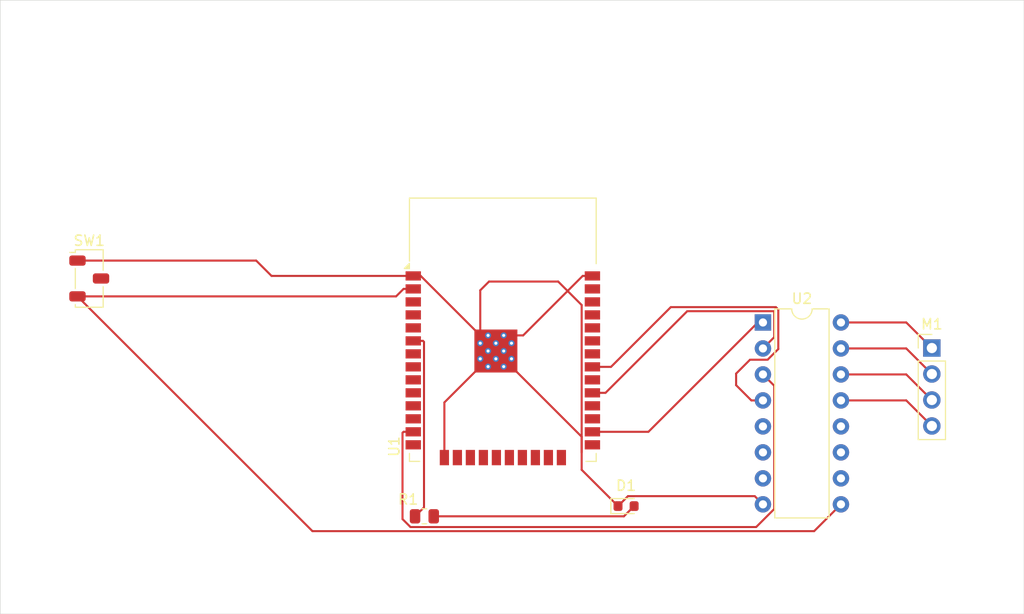
<source format=kicad_pcb>
(kicad_pcb (version 20240108) (generator "pcbnew") (generator_version "8.0")
  (title_block (title "Smart_Litter_Box_Display_PCB") (date "2025-02-05") (company "UW_MSTI") (comment 1 "Auria Zhang") (comment 2 "TECHIN 514 Final Project"))
  (layers (0 "F.Cu" signal) (31 "B.Cu" signal) (34 "B.Paste" user) (35 "F.Paste" user) (36 "B.SilkS" user "B.Silkscreen") (37 "F.SilkS" user "F.Silkscreen") (38 "B.Mask" user) (39 "F.Mask" user) (44 "Edge.Cuts" user))
  (net 0 "")
  (net 1 "Net-(U1-IO34)")
  (net 2 "Net-(D1-A)")
  (net 5 "Net-(D1-K)")
  (net 14 "Net-(SW1-A)")
  (net 33 "Net-(U1-IO5)")
  (net 34 "+5V")
  (net 36 "Net-(U1-IO19)")
  (net 37 "Net-(U1-IO14)")
  (net 38 "Net-(U1-IO4)")
  (net 39 "Net-(U2-O4)")
  (net 40 "Net-(U2-O1)")
  (net 41 "Net-(M1--)")
  (net 42 "Net-(U2-O3)")
  (footprint "Button_Switch_SMD:Nidec_Copal_CAS-120A" (layer "F.Cu") (at 85.78 119.2)
    (property "Reference" "SW1" (at 0 -3.7 0) (layer "F.SilkS"))
    (property "Value" "Power Switch" (hide yes))
    (fp_line (start -1.36 -2.81) (end 1.36 -2.81) (stroke (width 0.12)) (layer "F.SilkS"))
    (fp_line (start -1.36 -2.55) (end -1.9 -2.55) (stroke (width 0.12)) (layer "F.SilkS"))
    (fp_line (start -1.36 -2.55) (end -1.36 -2.8) (stroke (width 0.12)) (layer "F.SilkS"))
    (fp_line (start -1.36 -0.98) (end -1.36 0.98) (stroke (width 0.12)) (layer "F.SilkS"))
    (fp_line (start -1.36 2.81) (end -1.36 2.55) (stroke (width 0.12)) (layer "F.SilkS"))
    (fp_line (start 1.35 2.81) (end -1.35 2.81) (stroke (width 0.12)) (layer "F.SilkS"))
    (fp_line (start 1.36 -2.81) (end 1.36 -0.8) (stroke (width 0.12)) (layer "F.SilkS"))
    (fp_line (start 1.36 0.8) (end 1.36 2.81) (stroke (width 0.12)) (layer "F.SilkS"))
    (pad "1" smd roundrect (at -1.15 -1.75 270) (size 1 1.6) (layers "F.Cu" "F.Paste" "F.Mask") (net 5 "Net-(D1-K)"))
    (pad "2" smd roundrect (at 1.15 0 270) (size 1 1.6) (layers "F.Cu" "F.Paste" "F.Mask") (net 34 "+5V"))
    (pad "3" smd roundrect (at -1.15 1.75 270) (size 1 1.6) (layers "F.Cu" "F.Paste" "F.Mask") (net 14 "Net-(SW1-A)"))
  )
  (footprint "Connector_PinHeader_2.54mm:PinHeader_1x04_P2.54mm_Vertical" (layer "F.Cu") (at 168.0875 126)
    (property "Reference" "M1" (at 0 -2.33 0) (layer "F.SilkS"))
    (property "Value" "Stepper_Motor_bipolar")
    (fp_line (start -1.33 -1.33) (end 0 -1.33) (stroke (width 0.12)) (layer "F.SilkS"))
    (fp_line (start -1.33 0) (end -1.33 -1.33) (stroke (width 0.12)) (layer "F.SilkS"))
    (fp_line (start -1.33 1.27) (end -1.33 8.95) (stroke (width 0.12)) (layer "F.SilkS"))
    (fp_line (start -1.33 1.27) (end 1.33 1.27) (stroke (width 0.12)) (layer "F.SilkS"))
    (fp_line (start -1.33 8.95) (end 1.33 8.95) (stroke (width 0.12)) (layer "F.SilkS"))
    (fp_line (start 1.33 1.27) (end 1.33 8.95) (stroke (width 0.12)) (layer "F.SilkS"))
    (pad "1" thru_hole rect (at 0 0) (size 1.7 1.7) (drill 1) (layers "*.Cu" "*.Mask") (net 40 "Net-(U2-O1)"))
    (pad "2" thru_hole oval (at 0 2.54) (size 1.7 1.7) (drill 1) (layers "*.Cu" "*.Mask") (net 41 "Net-(M1--)"))
    (pad "3" thru_hole oval (at 0 5.08) (size 1.7 1.7) (drill 1) (layers "*.Cu" "*.Mask") (net 42 "Net-(U2-O3)"))
    (pad "4" thru_hole oval (at 0 7.62) (size 1.7 1.7) (drill 1) (layers "*.Cu" "*.Mask") (net 39 "Net-(U2-O4)"))
  )
  (footprint "Resistor_SMD:R_0805_2012Metric" (layer "F.Cu") (at 118.5175 142.45)
    (property "Reference" "R1" (at -1.5875 -1.65 0) (layer "F.SilkS"))
    (property "Value" "R-330Ohm")
    (fp_line (start -0.227064 -0.735) (end 0.227064 -0.735) (stroke (width 0.12)) (layer "F.SilkS"))
    (fp_line (start -0.227064 0.735) (end 0.227064 0.735) (stroke (width 0.12)) (layer "F.SilkS"))
    (pad "1" smd roundrect (at -0.9125 0) (size 1.025 1.4) (layers "F.Cu" "F.Paste" "F.Mask") (roundrect_rratio 0.243902) (net 1 "Net-(U1-IO34)"))
    (pad "2" smd roundrect (at 0.9125 0) (size 1.025 1.4) (layers "F.Cu" "F.Paste" "F.Mask") (roundrect_rratio 0.243902) (net 2 "Net-(D1-A)"))
  )
  (footprint "LED_SMD:LED_0603_1608Metric" (layer "F.Cu") (at 138.2175 141.45)
    (property "Reference" "D1" (at 0 -2 0) (layer "F.SilkS"))
    (property "Value" "LED")
    (fp_line (start -1.485 -0.735) (end -1.485 0.735) (stroke (width 0.12)) (layer "F.SilkS"))
    (fp_line (start -1.485 0.735) (end 0.8 0.735) (stroke (width 0.12)) (layer "F.SilkS"))
    (fp_line (start 0.8 -0.735) (end -1.485 -0.735) (stroke (width 0.12)) (layer "F.SilkS"))
    (pad "1" smd roundrect (at -0.7875 0) (size 0.875 0.95) (layers "F.Cu" "F.Paste" "F.Mask") (net 5 "Net-(D1-K)"))
    (pad "2" smd roundrect (at 0.7875 0) (size 0.875 0.95) (layers "F.Cu" "F.Paste" "F.Mask") (net 2 "Net-(D1-A)"))
  )
  (footprint "RF_Module:ESP32-WROOM-32" (layer "F.Cu") (at 126.18 127.2)
    (property "Reference" "U1" (at -10.61 8.43 90) (layer "F.SilkS"))
    (property "Value" "ESP32-WROOM-32")
    (fp_line (start -9.12 -15.86) (end -9.12 -9.7) (stroke (width 0.12)) (layer "F.SilkS"))
    (fp_line (start -9.12 -15.86) (end 9.12 -15.86) (stroke (width 0.12)) (layer "F.SilkS"))
    (fp_line (start -9.12 9.1) (end -9.12 9.88) (stroke (width 0.12)) (layer "F.SilkS"))
    (fp_line (start -9.12 9.88) (end -8.12 9.88) (stroke (width 0.12)) (layer "F.SilkS"))
    (fp_line (start 9.12 -15.86) (end 9.12 -9.445) (stroke (width 0.12)) (layer "F.SilkS"))
    (fp_line (start 9.12 9.1) (end 9.12 9.88) (stroke (width 0.12)) (layer "F.SilkS"))
    (fp_line (start 9.12 9.88) (end 8.12 9.88) (stroke (width 0.12)) (layer "F.SilkS"))
    (fp_poly (pts (xy -9.125 -8.975) (xy -9.625 -8.975) (xy -9.125 -9.475) (xy -9.125 -8.975)) (stroke (width 0.12)) (fill solid) (layer "F.SilkS"))
    (pad "1" smd rect (at -8.75 -8.25) (size 1.5 0.9) (layers "F.Cu" "F.Paste" "F.Mask") (net 5 "Net-(D1-K)"))
    (pad "2" smd rect (at -8.75 -6.98) (size 1.5 0.9) (layers "F.Cu" "F.Paste" "F.Mask") (net 14 "Net-(SW1-A)"))
    (pad "3" smd rect (at -8.75 -5.71) (size 1.5 0.9) (layers "F.Cu" "F.Paste" "F.Mask"))
    (pad "4" smd rect (at -8.75 -4.44) (size 1.5 0.9) (layers "F.Cu" "F.Paste" "F.Mask"))
    (pad "5" smd rect (at -8.75 -3.17) (size 1.5 0.9) (layers "F.Cu" "F.Paste" "F.Mask"))
    (pad "6" smd rect (at -8.75 -1.9) (size 1.5 0.9) (layers "F.Cu" "F.Paste" "F.Mask") (net 1 "Net-(U1-IO34)"))
    (pad "7" smd rect (at -8.75 -0.63) (size 1.5 0.9) (layers "F.Cu" "F.Paste" "F.Mask"))
    (pad "8" smd rect (at -8.75 0.64) (size 1.5 0.9) (layers "F.Cu" "F.Paste" "F.Mask"))
    (pad "9" smd rect (at -8.75 1.91) (size 1.5 0.9) (layers "F.Cu" "F.Paste" "F.Mask"))
    (pad "10" smd rect (at -8.75 3.18) (size 1.5 0.9) (layers "F.Cu" "F.Paste" "F.Mask"))
    (pad "11" smd rect (at -8.75 4.45) (size 1.5 0.9) (layers "F.Cu" "F.Paste" "F.Mask"))
    (pad "12" smd rect (at -8.75 5.72) (size 1.5 0.9) (layers "F.Cu" "F.Paste" "F.Mask"))
    (pad "13" smd rect (at -8.75 6.99) (size 1.5 0.9) (layers "F.Cu" "F.Paste" "F.Mask") (net 37 "Net-(U1-IO14)"))
    (pad "14" smd rect (at -8.75 8.26) (size 1.5 0.9) (layers "F.Cu" "F.Paste" "F.Mask"))
    (pad "15" smd rect (at -5.71 9.51 90) (size 1.5 0.9) (layers "F.Cu" "F.Paste" "F.Mask") (net 5 "Net-(D1-K)"))
    (pad "16" smd rect (at -4.44 9.51 90) (size 1.5 0.9) (layers "F.Cu" "F.Paste" "F.Mask"))
    (pad "17" smd rect (at -3.17 9.51 90) (size 1.5 0.9) (layers "F.Cu" "F.Paste" "F.Mask"))
    (pad "18" smd rect (at -1.9 9.51 90) (size 1.5 0.9) (layers "F.Cu" "F.Paste" "F.Mask"))
    (pad "19" smd rect (at -0.63 9.51 90) (size 1.5 0.9) (layers "F.Cu" "F.Paste" "F.Mask"))
    (pad "20" smd rect (at 0.64 9.51 90) (size 1.5 0.9) (layers "F.Cu" "F.Paste" "F.Mask"))
    (pad "21" smd rect (at 1.91 9.51 90) (size 1.5 0.9) (layers "F.Cu" "F.Paste" "F.Mask"))
    (pad "22" smd rect (at 3.18 9.51 90) (size 1.5 0.9) (layers "F.Cu" "F.Paste" "F.Mask"))
    (pad "23" smd rect (at 4.45 9.51 90) (size 1.5 0.9) (layers "F.Cu" "F.Paste" "F.Mask"))
    (pad "24" smd rect (at 5.72 9.51 90) (size 1.5 0.9) (layers "F.Cu" "F.Paste" "F.Mask"))
    (pad "25" smd rect (at 8.75 8.26) (size 1.5 0.9) (layers "F.Cu" "F.Paste" "F.Mask"))
    (pad "26" smd rect (at 8.75 6.99) (size 1.5 0.9) (layers "F.Cu" "F.Paste" "F.Mask") (net 38 "Net-(U1-IO4)"))
    (pad "27" smd rect (at 8.75 5.72) (size 1.5 0.9) (layers "F.Cu" "F.Paste" "F.Mask"))
    (pad "28" smd rect (at 8.75 4.45) (size 1.5 0.9) (layers "F.Cu" "F.Paste" "F.Mask"))
    (pad "29" smd rect (at 8.75 3.18) (size 1.5 0.9) (layers "F.Cu" "F.Paste" "F.Mask") (net 33 "Net-(U1-IO5)"))
    (pad "30" smd rect (at 8.75 1.91) (size 1.5 0.9) (layers "F.Cu" "F.Paste" "F.Mask"))
    (pad "31" smd rect (at 8.75 0.64) (size 1.5 0.9) (layers "F.Cu" "F.Paste" "F.Mask") (net 36 "Net-(U1-IO19)"))
    (pad "32" smd rect (at 8.75 -0.63) (size 1.5 0.9) (layers "F.Cu" "F.Paste" "F.Mask"))
    (pad "33" smd rect (at 8.75 -1.9) (size 1.5 0.9) (layers "F.Cu" "F.Paste" "F.Mask"))
    (pad "34" smd rect (at 8.75 -3.17) (size 1.5 0.9) (layers "F.Cu" "F.Paste" "F.Mask"))
    (pad "35" smd rect (at 8.75 -4.44) (size 1.5 0.9) (layers "F.Cu" "F.Paste" "F.Mask"))
    (pad "36" smd rect (at 8.75 -5.71) (size 1.5 0.9) (layers "F.Cu" "F.Paste" "F.Mask"))
    (pad "37" smd rect (at 8.75 -6.98) (size 1.5 0.9) (layers "F.Cu" "F.Paste" "F.Mask"))
    (pad "38" smd rect (at 8.75 -8.25) (size 1.5 0.9) (layers "F.Cu" "F.Paste" "F.Mask") (net 5 "Net-(D1-K)"))
    (pad "39" smd rect (at -2.205 -2.435) (size 1.05 1.05) (layers "F.Cu" "F.Paste") (net 5 "Net-(D1-K)"))
    (pad "39" thru_hole circle (at -2.205 -1.6725) (size 0.6 0.6) (drill 0.3) (property pad_prop_heatsink) (layers "*.Cu" "F.Mask") (net 5 "Net-(D1-K)"))
    (pad "39" smd rect (at -2.205 -0.91) (size 1.05 1.05) (layers "F.Cu" "F.Paste") (net 5 "Net-(D1-K)"))
    (pad "39" thru_hole circle (at -2.205 -0.1475) (size 0.6 0.6) (drill 0.3) (property pad_prop_heatsink) (layers "*.Cu" "F.Mask") (net 5 "Net-(D1-K)"))
    (pad "39" smd rect (at -2.205 0.615) (size 1.05 1.05) (layers "F.Cu" "F.Paste") (net 5 "Net-(D1-K)"))
    (pad "39" thru_hole circle (at -1.4425 -2.435) (size 0.6 0.6) (drill 0.3) (property pad_prop_heatsink) (layers "*.Cu" "F.Mask") (net 5 "Net-(D1-K)"))
    (pad "39" thru_hole circle (at -1.4425 -0.91) (size 0.6 0.6) (drill 0.3) (property pad_prop_heatsink) (layers "*.Cu" "F.Mask") (net 5 "Net-(D1-K)"))
    (pad "39" thru_hole circle (at -1.4425 0.615) (size 0.6 0.6) (drill 0.3) (property pad_prop_heatsink) (layers "*.Cu" "F.Mask") (net 5 "Net-(D1-K)"))
    (pad "39" smd rect (at -0.68 -2.435) (size 1.05 1.05) (layers "F.Cu" "F.Paste") (net 5 "Net-(D1-K)"))
    (pad "39" thru_hole circle (at -0.68 -1.6725) (size 0.6 0.6) (drill 0.3) (property pad_prop_heatsink) (layers "*.Cu" "F.Mask") (net 5 "Net-(D1-K)"))
    (pad "39" smd rect (at -0.68 -0.91) (size 1.05 1.05) (layers "F.Cu" "F.Paste") (net 5 "Net-(D1-K)"))
    (pad "39" smd rect (at -0.68 -0.91) (size 4.2 4.2) (property pad_prop_heatsink) (layers "F.Cu" "F.Mask") (net 5 "Net-(D1-K)"))
    (pad "39" thru_hole circle (at -0.68 -0.1475) (size 0.6 0.6) (drill 0.3) (property pad_prop_heatsink) (layers "*.Cu" "F.Mask") (net 5 "Net-(D1-K)"))
    (pad "39" smd rect (at -0.68 0.615) (size 1.05 1.05) (layers "F.Cu" "F.Paste") (net 5 "Net-(D1-K)"))
    (pad "39" thru_hole circle (at 0.0825 -2.435) (size 0.6 0.6) (drill 0.3) (property pad_prop_heatsink) (layers "*.Cu" "F.Mask") (net 5 "Net-(D1-K)"))
    (pad "39" thru_hole circle (at 0.0825 -0.91) (size 0.6 0.6) (drill 0.3) (property pad_prop_heatsink) (layers "*.Cu" "F.Mask") (net 5 "Net-(D1-K)"))
    (pad "39" thru_hole circle (at 0.0825 0.615) (size 0.6 0.6) (drill 0.3) (property pad_prop_heatsink) (layers "*.Cu" "F.Mask") (net 5 "Net-(D1-K)"))
    (pad "39" smd rect (at 0.845 -2.435) (size 1.05 1.05) (layers "F.Cu" "F.Paste") (net 5 "Net-(D1-K)"))
    (pad "39" thru_hole circle (at 0.845 -1.6725) (size 0.6 0.6) (drill 0.3) (property pad_prop_heatsink) (layers "*.Cu" "F.Mask") (net 5 "Net-(D1-K)"))
    (pad "39" smd rect (at 0.845 -0.91) (size 1.05 1.05) (layers "F.Cu" "F.Paste") (net 5 "Net-(D1-K)"))
    (pad "39" thru_hole circle (at 0.845 -0.1475) (size 0.6 0.6) (drill 0.3) (property pad_prop_heatsink) (layers "*.Cu" "F.Mask") (net 5 "Net-(D1-K)"))
    (pad "39" smd rect (at 0.845 0.615) (size 1.05 1.05) (layers "F.Cu" "F.Paste") (net 5 "Net-(D1-K)"))
  )
  (footprint "Package_DIP:DIP-16_W7.62mm" (layer "F.Cu") (at 151.5875 123.5)
    (property "Reference" "U2" (at 3.81 -2.33 0) (layer "F.SilkS"))
    (property "Value" "ULN2003")
    (fp_line (start 1.16 -1.33) (end 1.16 19.11) (stroke (width 0.12)) (layer "F.SilkS"))
    (fp_line (start 1.16 19.11) (end 6.46 19.11) (stroke (width 0.12)) (layer "F.SilkS"))
    (fp_line (start 2.81 -1.33) (end 1.16 -1.33) (stroke (width 0.12)) (layer "F.SilkS"))
    (fp_line (start 6.46 -1.33) (end 4.81 -1.33) (stroke (width 0.12)) (layer "F.SilkS"))
    (fp_line (start 6.46 19.11) (end 6.46 -1.33) (stroke (width 0.12)) (layer "F.SilkS"))
    (fp_arc (start 4.81 -1.33) (mid 3.81 -0.33) (end 2.81 -1.33) (stroke (width 0.12)) (layer "F.SilkS"))
    (pad "1" thru_hole rect (at 0 0) (size 1.6 1.6) (drill 0.8) (layers "*.Cu" "*.Mask") (net 38 "Net-(U1-IO4)"))
    (pad "2" thru_hole oval (at 0 2.54) (size 1.6 1.6) (drill 0.8) (layers "*.Cu" "*.Mask") (net 33 "Net-(U1-IO5)"))
    (pad "3" thru_hole oval (at 0 5.08) (size 1.6 1.6) (drill 0.8) (layers "*.Cu" "*.Mask") (net 37 "Net-(U1-IO14)"))
    (pad "4" thru_hole oval (at 0 7.62) (size 1.6 1.6) (drill 0.8) (layers "*.Cu" "*.Mask") (net 36 "Net-(U1-IO19)"))
    (pad "5" thru_hole oval (at 0 10.16) (size 1.6 1.6) (drill 0.8) (layers "*.Cu" "*.Mask"))
    (pad "6" thru_hole oval (at 0 12.7) (size 1.6 1.6) (drill 0.8) (layers "*.Cu" "*.Mask"))
    (pad "7" thru_hole oval (at 0 15.24) (size 1.6 1.6) (drill 0.8) (layers "*.Cu" "*.Mask"))
    (pad "8" thru_hole oval (at 0 17.78) (size 1.6 1.6) (drill 0.8) (layers "*.Cu" "*.Mask") (net 5 "Net-(D1-K)"))
    (pad "9" thru_hole oval (at 7.62 17.78) (size 1.6 1.6) (drill 0.8) (layers "*.Cu" "*.Mask") (net 14 "Net-(SW1-A)"))
    (pad "10" thru_hole oval (at 7.62 15.24) (size 1.6 1.6) (drill 0.8) (layers "*.Cu" "*.Mask"))
    (pad "11" thru_hole oval (at 7.62 12.7) (size 1.6 1.6) (drill 0.8) (layers "*.Cu" "*.Mask"))
    (pad "12" thru_hole oval (at 7.62 10.16) (size 1.6 1.6) (drill 0.8) (layers "*.Cu" "*.Mask"))
    (pad "13" thru_hole oval (at 7.62 7.62) (size 1.6 1.6) (drill 0.8) (layers "*.Cu" "*.Mask") (net 39 "Net-(U2-O4)"))
    (pad "14" thru_hole oval (at 7.62 5.08) (size 1.6 1.6) (drill 0.8) (layers "*.Cu" "*.Mask") (net 42 "Net-(U2-O3)"))
    (pad "15" thru_hole oval (at 7.62 2.54) (size 1.6 1.6) (drill 0.8) (layers "*.Cu" "*.Mask") (net 41 "Net-(M1--)"))
    (pad "16" thru_hole oval (at 7.62 0) (size 1.6 1.6) (drill 0.8) (layers "*.Cu" "*.Mask") (net 40 "Net-(U2-O1)"))
  )
  (gr_rect (start 77.0875 92) (end 177.0875 152) (stroke (width 0.05)) (fill none) (layer "Edge.Cuts"))
  (segment (start 118.38 125.3) (end 117.43 125.3) (width 0.2) (layer "F.Cu") (net 1))
  (segment (start 118.48 141.575) (end 118.48 125.4) (width 0.2) (layer "F.Cu") (net 1))
  (segment (start 118.48 125.4) (end 118.38 125.3) (width 0.2) (layer "F.Cu") (net 1))
  (segment (start 117.605 142.45) (end 118.48 141.575) (width 0.2) (layer "F.Cu") (net 1))
  (segment (start 138.005 142.45) (end 119.43 142.45) (width 0.2) (layer "F.Cu") (net 2))
  (segment (start 139.005 141.45) (end 138.005 142.45) (width 0.2) (layer "F.Cu") (net 2))
  (segment (start 124.83 119.5) (end 131.5875 119.5) (width 0.2) (layer "F.Cu") (net 5))
  (segment (start 117.43 118.95) (end 103.588578 118.95) (width 0.2) (layer "F.Cu") (net 5))
  (segment (start 138.399999 140.480001) (end 137.43 141.45) (width 0.2) (layer "F.Cu") (net 5))
  (segment (start 123.975 127.0525) (end 123.975 120.355) (width 0.2) (layer "F.Cu") (net 5))
  (segment (start 128.165 124.765) (end 127.025 124.765) (width 0.2) (layer "F.Cu") (net 5))
  (segment (start 134.93 118.95) (end 133.98 118.95) (width 0.2) (layer "F.Cu") (net 5))
  (segment (start 133.88 121.7925) (end 133.88 136.21) (width 0.2) (layer "F.Cu") (net 5))
  (segment (start 151.5875 141.28) (end 150.787501 140.480001) (width 0.2) (layer "F.Cu") (net 5))
  (segment (start 103.588578 118.95) (end 102.088578 117.45) (width 0.2) (layer "F.Cu") (net 5))
  (segment (start 125.5 126.29) (end 120.47 131.32) (width 0.2) (layer "F.Cu") (net 5))
  (segment (start 123.975 120.355) (end 124.83 119.5) (width 0.2) (layer "F.Cu") (net 5))
  (segment (start 117.43 118.95) (end 118.16 118.95) (width 0.2) (layer "F.Cu") (net 5))
  (segment (start 150.787501 140.480001) (end 138.399999 140.480001) (width 0.2) (layer "F.Cu") (net 5))
  (segment (start 118.16 118.95) (end 123.975 124.765) (width 0.2) (layer "F.Cu") (net 5))
  (segment (start 137.43 141.45) (end 133.88 137.9) (width 0.2) (layer "F.Cu") (net 5))
  (segment (start 133.98 118.95) (end 128.165 124.765) (width 0.2) (layer "F.Cu") (net 5))
  (segment (start 133.88 134.67) (end 127.025 127.815) (width 0.2) (layer "F.Cu") (net 5))
  (segment (start 102.088578 117.45) (end 84.63 117.45) (width 0.2) (layer "F.Cu") (net 5))
  (segment (start 131.5875 119.5) (end 133.88 121.7925) (width 0.2) (layer "F.Cu") (net 5))
  (segment (start 133.88 137.9) (end 133.88 134.67) (width 0.2) (layer "F.Cu") (net 5))
  (segment (start 120.47 131.32) (end 120.47 136.71) (width 0.2) (layer "F.Cu") (net 5))
  (segment (start 116.48 120.22) (end 115.75 120.95) (width 0.2) (layer "F.Cu") (net 14))
  (segment (start 156.5875 143.9) (end 107.58 143.9) (width 0.2) (layer "F.Cu") (net 14))
  (segment (start 107.58 143.9) (end 84.63 120.95) (width 0.2) (layer "F.Cu") (net 14))
  (segment (start 159.2075 141.28) (end 156.5875 143.9) (width 0.2) (layer "F.Cu") (net 14))
  (segment (start 117.43 120.22) (end 116.48 120.22) (width 0.2) (layer "F.Cu") (net 14))
  (segment (start 115.75 120.95) (end 84.63 120.95) (width 0.2) (layer "F.Cu") (net 14))
  (segment (start 151.5875 126.04) (end 152.6875 124.94) (width 0.2) (layer "F.Cu") (net 33))
  (segment (start 136.2075 130.38) (end 134.93 130.38) (width 0.2) (layer "F.Cu") (net 33))
  (segment (start 152.6875 122.4) (end 144.1875 122.4) (width 0.2) (layer "F.Cu") (net 33))
  (segment (start 144.1875 122.4) (end 136.2075 130.38) (width 0.2) (layer "F.Cu") (net 33))
  (segment (start 152.6875 124.94) (end 152.6875 122.4) (width 0.2) (layer "F.Cu") (net 33))
  (segment (start 148.9675 129.63137) (end 148.9675 128.5) (width 0.2) (layer "F.Cu") (net 36))
  (segment (start 150.3275 127.14) (end 152.043135 127.14) (width 0.2) (layer "F.Cu") (net 36))
  (segment (start 142.5875 122) (end 136.7475 127.84) (width 0.2) (layer "F.Cu") (net 36))
  (segment (start 136.7475 127.84) (end 134.93 127.84) (width 0.2) (layer "F.Cu") (net 36))
  (segment (start 153.0875 126.095635) (end 153.0875 122.234315) (width 0.2) (layer "F.Cu") (net 36))
  (segment (start 152.853185 122) (end 142.5875 122) (width 0.2) (layer "F.Cu") (net 36))
  (segment (start 152.043135 127.14) (end 153.0875 126.095635) (width 0.2) (layer "F.Cu") (net 36))
  (segment (start 153.0875 122.234315) (end 152.853185 122) (width 0.2) (layer "F.Cu") (net 36))
  (segment (start 151.5875 131.12) (end 150.45613 131.12) (width 0.2) (layer "F.Cu") (net 36))
  (segment (start 150.45613 131.12) (end 148.9675 129.63137) (width 0.2) (layer "F.Cu") (net 36))
  (segment (start 148.9675 128.5) (end 150.3275 127.14) (width 0.2) (layer "F.Cu") (net 36))
  (segment (start 150.923135 143.5) (end 117.157756 143.5) (width 0.2) (layer "F.Cu") (net 37))
  (segment (start 152.6875 129.68) (end 152.6875 141.735635) (width 0.2) (layer "F.Cu") (net 37))
  (segment (start 116.38 134.29) (end 116.48 134.19) (width 0.2) (layer "F.Cu") (net 37))
  (segment (start 151.5875 128.58) (end 152.6875 129.68) (width 0.2) (layer "F.Cu") (net 37))
  (segment (start 116.38 142.722244) (end 116.38 134.29) (width 0.2) (layer "F.Cu") (net 37))
  (segment (start 152.6875 141.735635) (end 150.923135 143.5) (width 0.2) (layer "F.Cu") (net 37))
  (segment (start 117.157756 143.5) (end 116.38 142.722244) (width 0.2) (layer "F.Cu") (net 37))
  (segment (start 116.48 134.19) (end 117.43 134.19) (width 0.2) (layer "F.Cu") (net 37))
  (segment (start 151.0875 123.5) (end 140.3975 134.19) (width 0.2) (layer "F.Cu") (net 38))
  (segment (start 151.5875 123.5) (end 151.0875 123.5) (width 0.2) (layer "F.Cu") (net 38))
  (segment (start 140.3975 134.19) (end 134.93 134.19) (width 0.2) (layer "F.Cu") (net 38))
  (segment (start 159.2075 131.12) (end 165.5875 131.12) (width 0.2) (layer "F.Cu") (net 39))
  (segment (start 165.5875 131.12) (end 168.0875 133.62) (width 0.2) (layer "F.Cu") (net 39))
  (segment (start 159.2075 123.5) (end 165.5875 123.5) (width 0.2) (layer "F.Cu") (net 40))
  (segment (start 165.5875 123.5) (end 168.0875 126) (width 0.2) (layer "F.Cu") (net 40))
  (segment (start 165.5875 126.04) (end 168.0875 128.54) (width 0.2) (layer "F.Cu") (net 41))
  (segment (start 159.2075 126.04) (end 165.5875 126.04) (width 0.2) (layer "F.Cu") (net 41))
  (segment (start 165.5875 128.58) (end 168.0875 131.08) (width 0.2) (layer "F.Cu") (net 42))
  (segment (start 159.2075 128.58) (end 165.5875 128.58) (width 0.2) (layer "F.Cu") (net 42))
)
</source>
